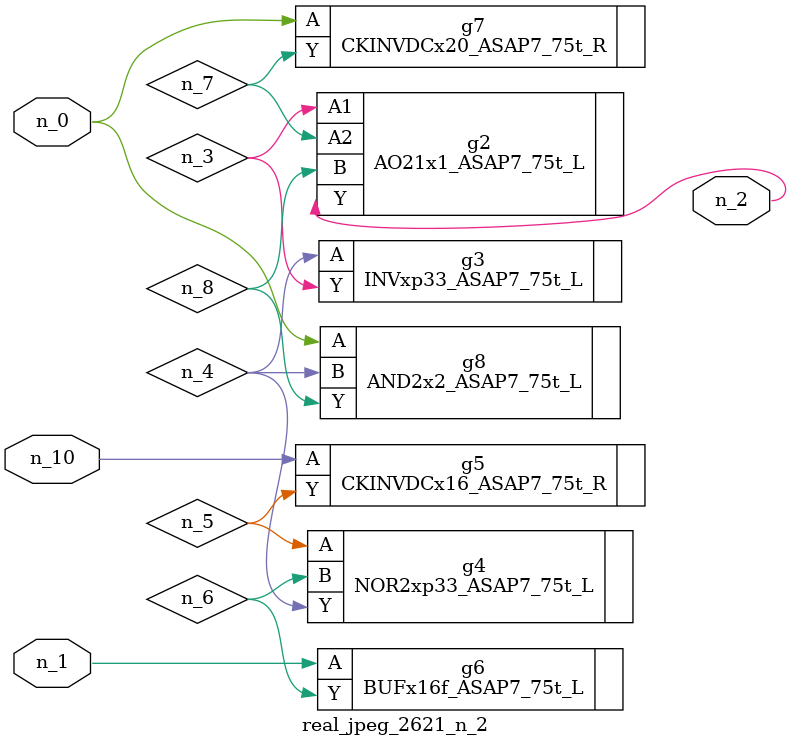
<source format=v>
module real_jpeg_2621_n_2 (n_1, n_10, n_0, n_2);

input n_1;
input n_10;
input n_0;

output n_2;

wire n_5;
wire n_4;
wire n_8;
wire n_6;
wire n_7;
wire n_3;

CKINVDCx20_ASAP7_75t_R g7 ( 
.A(n_0),
.Y(n_7)
);

AND2x2_ASAP7_75t_L g8 ( 
.A(n_0),
.B(n_4),
.Y(n_8)
);

BUFx16f_ASAP7_75t_L g6 ( 
.A(n_1),
.Y(n_6)
);

AO21x1_ASAP7_75t_L g2 ( 
.A1(n_3),
.A2(n_7),
.B(n_8),
.Y(n_2)
);

INVxp33_ASAP7_75t_L g3 ( 
.A(n_4),
.Y(n_3)
);

NOR2xp33_ASAP7_75t_L g4 ( 
.A(n_5),
.B(n_6),
.Y(n_4)
);

CKINVDCx16_ASAP7_75t_R g5 ( 
.A(n_10),
.Y(n_5)
);


endmodule
</source>
